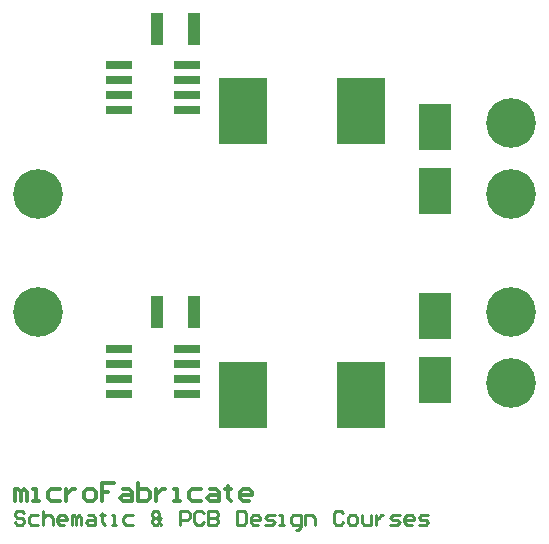
<source format=gts>
G04*
G04 #@! TF.GenerationSoftware,Altium Limited,Altium Designer,18.0.12 (696)*
G04*
G04 Layer_Color=8388736*
%FSLAX25Y25*%
%MOIN*%
G70*
G01*
G75*
%ADD16C,0.01181*%
%ADD17C,0.00984*%
%ADD18R,0.09068X0.03162*%
%ADD19R,0.15958X0.22453*%
%ADD20R,0.04343X0.10642*%
%ADD21R,0.10839X0.15564*%
%ADD22C,0.16548*%
D16*
X11811Y15748D02*
Y19747D01*
X12811D01*
X13810Y18747D01*
Y15748D01*
Y18747D01*
X14810Y19747D01*
X15810Y18747D01*
Y15748D01*
X17809D02*
X19808D01*
X18809D01*
Y19747D01*
X17809D01*
X26806D02*
X23807D01*
X22807Y18747D01*
Y16748D01*
X23807Y15748D01*
X26806D01*
X28806Y19747D02*
Y15748D01*
Y17747D01*
X29805Y18747D01*
X30805Y19747D01*
X31805D01*
X35803Y15748D02*
X37803D01*
X38802Y16748D01*
Y18747D01*
X37803Y19747D01*
X35803D01*
X34804Y18747D01*
Y16748D01*
X35803Y15748D01*
X44800Y21746D02*
X40802D01*
Y18747D01*
X42801D01*
X40802D01*
Y15748D01*
X47799Y19747D02*
X49799D01*
X50798Y18747D01*
Y15748D01*
X47799D01*
X46800Y16748D01*
X47799Y17747D01*
X50798D01*
X52798Y21746D02*
Y15748D01*
X55797D01*
X56796Y16748D01*
Y17747D01*
Y18747D01*
X55797Y19747D01*
X52798D01*
X58796D02*
Y15748D01*
Y17747D01*
X59795Y18747D01*
X60795Y19747D01*
X61795D01*
X64794Y15748D02*
X66793D01*
X65794D01*
Y19747D01*
X64794D01*
X73791D02*
X70792D01*
X69792Y18747D01*
Y16748D01*
X70792Y15748D01*
X73791D01*
X76790Y19747D02*
X78789D01*
X79789Y18747D01*
Y15748D01*
X76790D01*
X75790Y16748D01*
X76790Y17747D01*
X79789D01*
X82788Y20746D02*
Y19747D01*
X81788D01*
X83788D01*
X82788D01*
Y16748D01*
X83788Y15748D01*
X89786D02*
X87786D01*
X86787Y16748D01*
Y18747D01*
X87786Y19747D01*
X89786D01*
X90785Y18747D01*
Y17747D01*
X86787D01*
D17*
X14960Y11810D02*
X14173Y12597D01*
X12598D01*
X11811Y11810D01*
Y11023D01*
X12598Y10236D01*
X14173D01*
X14960Y9448D01*
Y8661D01*
X14173Y7874D01*
X12598D01*
X11811Y8661D01*
X19682Y11023D02*
X17321D01*
X16534Y10236D01*
Y8661D01*
X17321Y7874D01*
X19682D01*
X21257Y12597D02*
Y7874D01*
Y10236D01*
X22044Y11023D01*
X23618D01*
X24405Y10236D01*
Y7874D01*
X28341D02*
X26767D01*
X25980Y8661D01*
Y10236D01*
X26767Y11023D01*
X28341D01*
X29128Y10236D01*
Y9448D01*
X25980D01*
X30702Y7874D02*
Y11023D01*
X31490D01*
X32277Y10236D01*
Y7874D01*
Y10236D01*
X33064Y11023D01*
X33851Y10236D01*
Y7874D01*
X36213Y11023D02*
X37787D01*
X38574Y10236D01*
Y7874D01*
X36213D01*
X35425Y8661D01*
X36213Y9448D01*
X38574D01*
X40935Y11810D02*
Y11023D01*
X40148D01*
X41723D01*
X40935D01*
Y8661D01*
X41723Y7874D01*
X44084D02*
X45658D01*
X44871D01*
Y11023D01*
X44084D01*
X51168D02*
X48807D01*
X48020Y10236D01*
Y8661D01*
X48807Y7874D01*
X51168D01*
X60614D02*
X59827Y8661D01*
X59040Y7874D01*
X58253D01*
X57465Y8661D01*
Y9448D01*
X58253Y10236D01*
X57465Y11023D01*
Y11810D01*
X58253Y12597D01*
X59040D01*
X59827Y11810D01*
Y11023D01*
X59040Y10236D01*
X59827Y9448D01*
Y8661D01*
X60614Y10236D02*
X59827Y9448D01*
X58253Y10236D02*
X59040D01*
X66911Y7874D02*
Y12597D01*
X69273D01*
X70060Y11810D01*
Y10236D01*
X69273Y9448D01*
X66911D01*
X74783Y11810D02*
X73996Y12597D01*
X72421D01*
X71634Y11810D01*
Y8661D01*
X72421Y7874D01*
X73996D01*
X74783Y8661D01*
X76357Y12597D02*
Y7874D01*
X78719D01*
X79506Y8661D01*
Y9448D01*
X78719Y10236D01*
X76357D01*
X78719D01*
X79506Y11023D01*
Y11810D01*
X78719Y12597D01*
X76357D01*
X85803D02*
Y7874D01*
X88164D01*
X88951Y8661D01*
Y11810D01*
X88164Y12597D01*
X85803D01*
X92887Y7874D02*
X91313D01*
X90526Y8661D01*
Y10236D01*
X91313Y11023D01*
X92887D01*
X93674Y10236D01*
Y9448D01*
X90526D01*
X95249Y7874D02*
X97610D01*
X98397Y8661D01*
X97610Y9448D01*
X96036D01*
X95249Y10236D01*
X96036Y11023D01*
X98397D01*
X99971Y7874D02*
X101546D01*
X100759D01*
Y11023D01*
X99971D01*
X105482Y6300D02*
X106269D01*
X107056Y7087D01*
Y11023D01*
X104694D01*
X103907Y10236D01*
Y8661D01*
X104694Y7874D01*
X107056D01*
X108630D02*
Y11023D01*
X110992D01*
X111779Y10236D01*
Y7874D01*
X121224Y11810D02*
X120437Y12597D01*
X118863D01*
X118076Y11810D01*
Y8661D01*
X118863Y7874D01*
X120437D01*
X121224Y8661D01*
X123586Y7874D02*
X125160D01*
X125947Y8661D01*
Y10236D01*
X125160Y11023D01*
X123586D01*
X122799Y10236D01*
Y8661D01*
X123586Y7874D01*
X127522Y11023D02*
Y8661D01*
X128309Y7874D01*
X130670D01*
Y11023D01*
X132245D02*
Y7874D01*
Y9448D01*
X133032Y10236D01*
X133819Y11023D01*
X134606D01*
X136967Y7874D02*
X139329D01*
X140116Y8661D01*
X139329Y9448D01*
X137754D01*
X136967Y10236D01*
X137754Y11023D01*
X140116D01*
X144052Y7874D02*
X142477D01*
X141690Y8661D01*
Y10236D01*
X142477Y11023D01*
X144052D01*
X144839Y10236D01*
Y9448D01*
X141690D01*
X146413Y7874D02*
X148775D01*
X149562Y8661D01*
X148775Y9448D01*
X147200D01*
X146413Y10236D01*
X147200Y11023D01*
X149562D01*
D18*
X46457Y66555D02*
D03*
Y61555D02*
D03*
Y56555D02*
D03*
Y51555D02*
D03*
X69291Y66555D02*
D03*
Y61555D02*
D03*
Y56555D02*
D03*
Y51555D02*
D03*
Y146043D02*
D03*
Y151043D02*
D03*
Y156043D02*
D03*
Y161043D02*
D03*
X46457Y146043D02*
D03*
Y151043D02*
D03*
Y156043D02*
D03*
Y161043D02*
D03*
D19*
X127067Y51181D02*
D03*
X87894D02*
D03*
X87894Y145669D02*
D03*
X127067D02*
D03*
D20*
X71457Y78740D02*
D03*
X59252D02*
D03*
Y173228D02*
D03*
X71457D02*
D03*
D21*
X151969Y56299D02*
D03*
Y77559D02*
D03*
Y140551D02*
D03*
Y119291D02*
D03*
D22*
X19685Y118110D02*
D03*
Y78740D02*
D03*
X177165Y55118D02*
D03*
Y141732D02*
D03*
Y78740D02*
D03*
Y118110D02*
D03*
M02*

</source>
